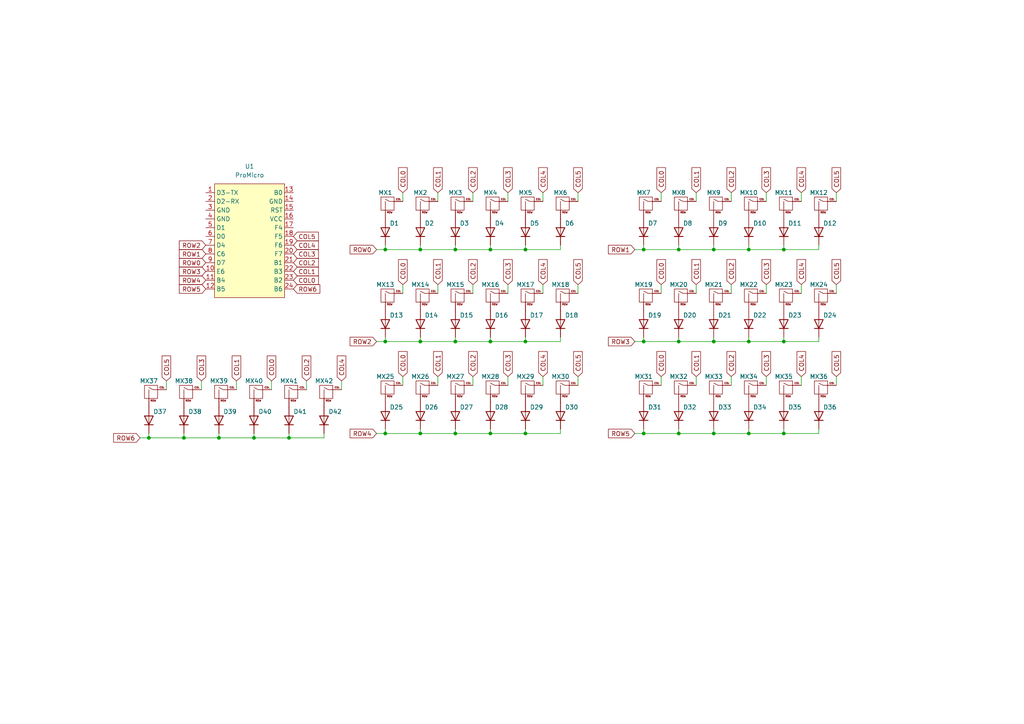
<source format=kicad_sch>
(kicad_sch (version 20230121) (generator eeschema)
  (paper "A4")
  (lib_symbols
    (symbol "Diode:1N4148" (pin_numbers hide) (pin_names hide)
      (property "Reference" "D" (at 0 2.54 0))
      (property "Value" "1N4148" (at 0 -2.54 0))
      (symbol "1N4148_0_1"
        (polyline (pts (xy -1.27 1.27) (xy -1.27 -1.27)) (stroke (width 0.254)))
        (polyline (pts (xy 1.27 0) (xy -1.27 0)))
        (polyline (pts (xy 1.27 1.27) (xy 1.27 -1.27) (xy -1.27 0) (xy 1.27 1.27)) (stroke (width 0.254)))
      )
      (symbol "1N4148_1_1"
        (pin passive line (at -3.81 0 0) (length 2.54) (name "K") (number "1"))
        (pin passive line (at 3.81 0 180) (length 2.54) (name "A") (number "2"))
      )
    )
    (symbol "PCM_0xcb:MX" (pin_names (offset 1.016))
      (property "Reference" "MX" (at -0.635 1.905 0))
      (property "Value" "MX" (at 0.635 0.635 0))
      (symbol "MX_1_0"
        (text "COL" (at 2.54 0.635 0) (effects (font (size 0.508 0.508))))
      )
      (symbol "MX_1_1"
        (polyline (pts (xy -1.27 -2.54) (xy -1.27 0)))
        (polyline (pts (xy 1.27 0) (xy 0 0) (xy -1.27 0.635)))
        (polyline (pts (xy -2.54 1.27) (xy 1.27 1.27) (xy 1.27 -2.54) (xy -2.54 -2.54) (xy -2.54 1.27)))
        (text "ROW" (at 0 -3.175 0) (effects (font (size 0.508 0.508))))
        (pin passive line (at 3.81 0 180) (length 2.54) (name "COL") (number "1"))
        (pin passive line (at -1.27 -5.08 90) (length 2.54) (name "ROW") (number "2"))
      )
    )
    (symbol "PCM_marbastlib-promicroish:Arduino_ProMicro" (in_bom no)
      (property "Reference" "U" (at 0 20.32 0))
      (property "Value" "ProMicro" (at 0 17.78 0))
      (symbol "Arduino_ProMicro_0_0"
        (pin bidirectional line (at -12.7 13.97 0) (length 2.54) (name "D3-TX") (number "1"))
        (pin bidirectional line (at -12.7 -8.89 0) (length 2.54) (name "E6") (number "10"))
        (pin bidirectional line (at -12.7 -11.43 0) (length 2.54) (name "B4") (number "11"))
        (pin bidirectional line (at -12.7 -13.97 0) (length 2.54) (name "B5") (number "12"))
        (pin power_out line (at 12.7 11.43 180) (length 2.54) (name "GND") (number "14"))
        (pin bidirectional line (at 12.7 8.89 180) (length 2.54) (name "RST") (number "15"))
        (pin bidirectional line (at 12.7 3.81 180) (length 2.54) (name "F4") (number "17"))
        (pin bidirectional line (at 12.7 1.27 180) (length 2.54) (name "F5") (number "18"))
        (pin bidirectional line (at 12.7 -1.27 180) (length 2.54) (name "F6") (number "19"))
        (pin bidirectional line (at -12.7 11.43 0) (length 2.54) (name "D2-RX") (number "2"))
        (pin bidirectional line (at 12.7 -3.81 180) (length 2.54) (name "F7") (number "20"))
        (pin bidirectional line (at 12.7 -6.35 180) (length 2.54) (name "B1") (number "21"))
        (pin bidirectional line (at 12.7 -8.89 180) (length 2.54) (name "B3") (number "22"))
        (pin bidirectional line (at 12.7 -11.43 180) (length 2.54) (name "B2") (number "23"))
        (pin bidirectional line (at 12.7 -13.97 180) (length 2.54) (name "B6") (number "24"))
        (pin power_out line (at -12.7 8.89 0) (length 2.54) (name "GND") (number "3"))
        (pin power_out line (at -12.7 6.35 0) (length 2.54) (name "GND") (number "4"))
        (pin bidirectional line (at -12.7 3.81 0) (length 2.54) (name "D1") (number "5"))
        (pin bidirectional line (at -12.7 1.27 0) (length 2.54) (name "D0") (number "6"))
        (pin bidirectional line (at -12.7 -1.27 0) (length 2.54) (name "D4") (number "7"))
        (pin bidirectional line (at -12.7 -3.81 0) (length 2.54) (name "C6") (number "8"))
        (pin bidirectional line (at -12.7 -6.35 0) (length 2.54) (name "D7") (number "9"))
      )
      (symbol "Arduino_ProMicro_1_0"
        (pin bidirectional line (at 12.7 13.97 180) (length 2.54) (name "B0") (number "13"))
        (pin power_out line (at 12.7 6.35 180) (length 2.54) (name "VCC") (number "16"))
      )
      (symbol "Arduino_ProMicro_1_1"
        (rectangle (start -10.16 16.51) (end 10.16 -16.51) (fill (type background)))
      )
    )
  )
  (junction (at 142.24 72.39))
  (junction (at 207.01 72.39))
  (junction (at 121.92 72.39))
  (junction (at 121.92 125.73))
  (junction (at 227.33 72.39))
  (junction (at 53.34 127))
  (junction (at 186.69 125.73))
  (junction (at 121.92 99.06))
  (junction (at 152.4 99.06))
  (junction (at 63.5 127))
  (junction (at 43.18 127))
  (junction (at 186.69 99.06))
  (junction (at 142.24 99.06))
  (junction (at 217.17 125.73))
  (junction (at 152.4 125.73))
  (junction (at 73.66 127))
  (junction (at 186.69 72.39))
  (junction (at 207.01 125.73))
  (junction (at 111.76 99.06))
  (junction (at 132.08 99.06))
  (junction (at 142.24 125.73))
  (junction (at 217.17 72.39))
  (junction (at 132.08 125.73))
  (junction (at 196.85 99.06))
  (junction (at 227.33 99.06))
  (junction (at 196.85 72.39))
  (junction (at 111.76 72.39))
  (junction (at 196.85 125.73))
  (junction (at 111.76 125.73))
  (junction (at 132.08 72.39))
  (junction (at 152.4 72.39))
  (junction (at 217.17 99.06))
  (junction (at 227.33 125.73))
  (junction (at 207.01 99.06))
  (junction (at 83.82 127))
  (wire (pts (xy 147.32 82.55) (xy 147.32 85.09)))
  (wire (pts (xy 157.48 55.88) (xy 157.48 58.42)))
  (wire (pts (xy 58.42 110.49) (xy 58.42 113.03)))
  (wire (pts (xy 207.01 72.39) (xy 217.17 72.39)))
  (wire (pts (xy 132.08 97.79) (xy 132.08 99.06)))
  (wire (pts (xy 43.18 125.73) (xy 43.18 127)))
  (wire (pts (xy 132.08 99.06) (xy 142.24 99.06)))
  (wire (pts (xy 212.09 55.88) (xy 212.09 58.42)))
  (wire (pts (xy 232.41 109.22) (xy 232.41 111.76)))
  (wire (pts (xy 186.69 72.39) (xy 184.15 72.39)))
  (wire (pts (xy 111.76 72.39) (xy 121.92 72.39)))
  (wire (pts (xy 186.69 99.06) (xy 196.85 99.06)))
  (wire (pts (xy 196.85 72.39) (xy 207.01 72.39)))
  (wire (pts (xy 212.09 109.22) (xy 212.09 111.76)))
  (wire (pts (xy 137.16 55.88) (xy 137.16 58.42)))
  (wire (pts (xy 111.76 125.73) (xy 121.92 125.73)))
  (wire (pts (xy 68.58 110.49) (xy 68.58 113.03)))
  (wire (pts (xy 227.33 124.46) (xy 227.33 125.73)))
  (wire (pts (xy 242.57 82.55) (xy 242.57 85.09)))
  (wire (pts (xy 142.24 72.39) (xy 152.4 72.39)))
  (wire (pts (xy 147.32 109.22) (xy 147.32 111.76)))
  (wire (pts (xy 78.74 110.49) (xy 78.74 113.03)))
  (wire (pts (xy 142.24 97.79) (xy 142.24 99.06)))
  (wire (pts (xy 121.92 71.12) (xy 121.92 72.39)))
  (wire (pts (xy 127 109.22) (xy 127 111.76)))
  (wire (pts (xy 121.92 97.79) (xy 121.92 99.06)))
  (wire (pts (xy 88.9 110.49) (xy 88.9 113.03)))
  (wire (pts (xy 186.69 125.73) (xy 184.15 125.73)))
  (wire (pts (xy 167.64 55.88) (xy 167.64 58.42)))
  (wire (pts (xy 217.17 124.46) (xy 217.17 125.73)))
  (wire (pts (xy 121.92 72.39) (xy 132.08 72.39)))
  (wire (pts (xy 167.64 109.22) (xy 167.64 111.76)))
  (wire (pts (xy 186.69 71.12) (xy 186.69 72.39)))
  (wire (pts (xy 196.85 124.46) (xy 196.85 125.73)))
  (wire (pts (xy 132.08 71.12) (xy 132.08 72.39)))
  (wire (pts (xy 167.64 82.55) (xy 167.64 85.09)))
  (wire (pts (xy 201.93 82.55) (xy 201.93 85.09)))
  (wire (pts (xy 132.08 125.73) (xy 142.24 125.73)))
  (wire (pts (xy 53.34 127) (xy 63.5 127)))
  (wire (pts (xy 111.76 125.73) (xy 109.22 125.73)))
  (wire (pts (xy 196.85 99.06) (xy 207.01 99.06)))
  (wire (pts (xy 186.69 99.06) (xy 184.15 99.06)))
  (wire (pts (xy 152.4 71.12) (xy 152.4 72.39)))
  (wire (pts (xy 232.41 55.88) (xy 232.41 58.42)))
  (wire (pts (xy 111.76 97.79) (xy 111.76 99.06)))
  (wire (pts (xy 73.66 125.73) (xy 73.66 127)))
  (wire (pts (xy 121.92 125.73) (xy 132.08 125.73)))
  (wire (pts (xy 207.01 124.46) (xy 207.01 125.73)))
  (wire (pts (xy 222.25 109.22) (xy 222.25 111.76)))
  (wire (pts (xy 237.49 124.46) (xy 237.49 125.73)))
  (wire (pts (xy 186.69 72.39) (xy 196.85 72.39)))
  (wire (pts (xy 142.24 124.46) (xy 142.24 125.73)))
  (wire (pts (xy 217.17 125.73) (xy 227.33 125.73)))
  (wire (pts (xy 242.57 109.22) (xy 242.57 111.76)))
  (wire (pts (xy 222.25 82.55) (xy 222.25 85.09)))
  (wire (pts (xy 196.85 97.79) (xy 196.85 99.06)))
  (wire (pts (xy 73.66 127) (xy 83.82 127)))
  (wire (pts (xy 53.34 125.73) (xy 53.34 127)))
  (wire (pts (xy 242.57 55.88) (xy 242.57 58.42)))
  (wire (pts (xy 152.4 124.46) (xy 152.4 125.73)))
  (wire (pts (xy 137.16 82.55) (xy 137.16 85.09)))
  (wire (pts (xy 152.4 97.79) (xy 152.4 99.06)))
  (wire (pts (xy 201.93 109.22) (xy 201.93 111.76)))
  (wire (pts (xy 162.56 97.79) (xy 162.56 99.06)))
  (wire (pts (xy 201.93 55.88) (xy 201.93 58.42)))
  (wire (pts (xy 121.92 124.46) (xy 121.92 125.73)))
  (wire (pts (xy 111.76 99.06) (xy 121.92 99.06)))
  (wire (pts (xy 196.85 125.73) (xy 207.01 125.73)))
  (wire (pts (xy 127 55.88) (xy 127 58.42)))
  (wire (pts (xy 227.33 71.12) (xy 227.33 72.39)))
  (wire (pts (xy 217.17 72.39) (xy 227.33 72.39)))
  (wire (pts (xy 217.17 99.06) (xy 227.33 99.06)))
  (wire (pts (xy 63.5 125.73) (xy 63.5 127)))
  (wire (pts (xy 48.26 110.49) (xy 48.26 113.03)))
  (wire (pts (xy 191.77 82.55) (xy 191.77 85.09)))
  (wire (pts (xy 237.49 71.12) (xy 237.49 72.39)))
  (wire (pts (xy 237.49 97.79) (xy 237.49 99.06)))
  (wire (pts (xy 207.01 71.12) (xy 207.01 72.39)))
  (wire (pts (xy 162.56 124.46) (xy 162.56 125.73)))
  (wire (pts (xy 227.33 97.79) (xy 227.33 99.06)))
  (wire (pts (xy 127 82.55) (xy 127 85.09)))
  (wire (pts (xy 207.01 97.79) (xy 207.01 99.06)))
  (wire (pts (xy 43.18 127) (xy 53.34 127)))
  (wire (pts (xy 186.69 124.46) (xy 186.69 125.73)))
  (wire (pts (xy 217.17 71.12) (xy 217.17 72.39)))
  (wire (pts (xy 186.69 125.73) (xy 196.85 125.73)))
  (wire (pts (xy 83.82 125.73) (xy 83.82 127)))
  (wire (pts (xy 152.4 72.39) (xy 162.56 72.39)))
  (wire (pts (xy 111.76 99.06) (xy 109.22 99.06)))
  (wire (pts (xy 63.5 127) (xy 73.66 127)))
  (wire (pts (xy 116.84 82.55) (xy 116.84 85.09)))
  (wire (pts (xy 232.41 82.55) (xy 232.41 85.09)))
  (wire (pts (xy 152.4 125.73) (xy 162.56 125.73)))
  (wire (pts (xy 157.48 109.22) (xy 157.48 111.76)))
  (wire (pts (xy 162.56 71.12) (xy 162.56 72.39)))
  (wire (pts (xy 116.84 109.22) (xy 116.84 111.76)))
  (wire (pts (xy 142.24 99.06) (xy 152.4 99.06)))
  (wire (pts (xy 111.76 72.39) (xy 109.22 72.39)))
  (wire (pts (xy 142.24 71.12) (xy 142.24 72.39)))
  (wire (pts (xy 132.08 124.46) (xy 132.08 125.73)))
  (wire (pts (xy 83.82 127) (xy 93.98 127)))
  (wire (pts (xy 227.33 72.39) (xy 237.49 72.39)))
  (wire (pts (xy 111.76 71.12) (xy 111.76 72.39)))
  (wire (pts (xy 116.84 55.88) (xy 116.84 58.42)))
  (wire (pts (xy 222.25 55.88) (xy 222.25 58.42)))
  (wire (pts (xy 121.92 99.06) (xy 132.08 99.06)))
  (wire (pts (xy 137.16 109.22) (xy 137.16 111.76)))
  (wire (pts (xy 191.77 109.22) (xy 191.77 111.76)))
  (wire (pts (xy 99.06 110.49) (xy 99.06 113.03)))
  (wire (pts (xy 43.18 127) (xy 40.64 127)))
  (wire (pts (xy 217.17 97.79) (xy 217.17 99.06)))
  (wire (pts (xy 157.48 82.55) (xy 157.48 85.09)))
  (wire (pts (xy 191.77 55.88) (xy 191.77 58.42)))
  (wire (pts (xy 186.69 97.79) (xy 186.69 99.06)))
  (wire (pts (xy 132.08 72.39) (xy 142.24 72.39)))
  (wire (pts (xy 207.01 125.73) (xy 217.17 125.73)))
  (wire (pts (xy 196.85 71.12) (xy 196.85 72.39)))
  (wire (pts (xy 227.33 125.73) (xy 237.49 125.73)))
  (wire (pts (xy 227.33 99.06) (xy 237.49 99.06)))
  (wire (pts (xy 152.4 99.06) (xy 162.56 99.06)))
  (wire (pts (xy 207.01 99.06) (xy 217.17 99.06)))
  (wire (pts (xy 142.24 125.73) (xy 152.4 125.73)))
  (wire (pts (xy 147.32 55.88) (xy 147.32 58.42)))
  (wire (pts (xy 212.09 82.55) (xy 212.09 85.09)))
  (wire (pts (xy 111.76 124.46) (xy 111.76 125.73)))
  (wire (pts (xy 93.98 125.73) (xy 93.98 127)))
  (global_label "COL2" (shape input) (at 212.09 109.22 90) (property "Intersheetrefs" "${INTERSHEET_REFS}" (effects hide)))
  (global_label "ROW6" (shape input) (at 85.09 83.82 0) (property "Intersheetrefs" "${INTERSHEET_REFS}" (effects hide)))
  (global_label "COL4" (shape input) (at 232.41 82.55 90) (property "Intersheetrefs" "${INTERSHEET_REFS}" (effects hide)))
  (global_label "COL2" (shape input) (at 212.09 55.88 90) (property "Intersheetrefs" "${INTERSHEET_REFS}" (effects hide)))
  (global_label "COL4" (shape input) (at 85.09 71.12 0) (property "Intersheetrefs" "${INTERSHEET_REFS}" (effects hide)))
  (global_label "COL3" (shape input) (at 222.25 55.88 90) (property "Intersheetrefs" "${INTERSHEET_REFS}" (effects hide)))
  (global_label "COL2" (shape input) (at 88.9 110.49 90) (property "Intersheetrefs" "${INTERSHEET_REFS}" (effects hide)))
  (global_label "COL5" (shape input) (at 167.64 109.22 90) (property "Intersheetrefs" "${INTERSHEET_REFS}" (effects hide)))
  (global_label "ROW3" (shape input) (at 184.15 99.06 180) (property "Intersheetrefs" "${INTERSHEET_REFS}" (effects hide)))
  (global_label "COL1" (shape input) (at 127 82.55 90) (property "Intersheetrefs" "${INTERSHEET_REFS}" (effects hide)))
  (global_label "COL2" (shape input) (at 212.09 82.55 90) (property "Intersheetrefs" "${INTERSHEET_REFS}" (effects hide)))
  (global_label "COL0" (shape input) (at 116.84 55.88 90) (property "Intersheetrefs" "${INTERSHEET_REFS}" (effects hide)))
  (global_label "ROW4" (shape input) (at 109.22 125.73 180) (property "Intersheetrefs" "${INTERSHEET_REFS}" (effects hide)))
  (global_label "COL2" (shape input) (at 137.16 82.55 90) (property "Intersheetrefs" "${INTERSHEET_REFS}" (effects hide)))
  (global_label "COL0" (shape input) (at 191.77 109.22 90) (property "Intersheetrefs" "${INTERSHEET_REFS}" (effects hide)))
  (global_label "COL5" (shape input) (at 167.64 82.55 90) (property "Intersheetrefs" "${INTERSHEET_REFS}" (effects hide)))
  (global_label "COL4" (shape input) (at 157.48 82.55 90) (property "Intersheetrefs" "${INTERSHEET_REFS}" (effects hide)))
  (global_label "ROW2" (shape input) (at 109.22 99.06 180) (property "Intersheetrefs" "${INTERSHEET_REFS}" (effects hide)))
  (global_label "COL1" (shape input) (at 85.09 78.74 0) (property "Intersheetrefs" "${INTERSHEET_REFS}" (effects hide)))
  (global_label "COL0" (shape input) (at 85.09 81.28 0) (property "Intersheetrefs" "${INTERSHEET_REFS}" (effects hide)))
  (global_label "COL0" (shape input) (at 191.77 82.55 90) (property "Intersheetrefs" "${INTERSHEET_REFS}" (effects hide)))
  (global_label "COL3" (shape input) (at 147.32 109.22 90) (property "Intersheetrefs" "${INTERSHEET_REFS}" (effects hide)))
  (global_label "COL5" (shape input) (at 167.64 55.88 90) (property "Intersheetrefs" "${INTERSHEET_REFS}" (effects hide)))
  (global_label "COL3" (shape input) (at 58.42 110.49 90) (property "Intersheetrefs" "${INTERSHEET_REFS}" (effects hide)))
  (global_label "COL0" (shape input) (at 191.77 55.88 90) (property "Intersheetrefs" "${INTERSHEET_REFS}" (effects hide)))
  (global_label "COL0" (shape input) (at 78.74 110.49 90) (property "Intersheetrefs" "${INTERSHEET_REFS}" (effects hide)))
  (global_label "COL0" (shape input) (at 116.84 82.55 90) (property "Intersheetrefs" "${INTERSHEET_REFS}" (effects hide)))
  (global_label "COL1" (shape input) (at 127 55.88 90) (property "Intersheetrefs" "${INTERSHEET_REFS}" (effects hide)))
  (global_label "COL3" (shape input) (at 147.32 82.55 90) (property "Intersheetrefs" "${INTERSHEET_REFS}" (effects hide)))
  (global_label "ROW3" (shape input) (at 59.69 78.74 180) (property "Intersheetrefs" "${INTERSHEET_REFS}" (effects hide)))
  (global_label "ROW5" (shape input) (at 59.69 83.82 180) (property "Intersheetrefs" "${INTERSHEET_REFS}" (effects hide)))
  (global_label "ROW0" (shape input) (at 109.22 72.39 180) (property "Intersheetrefs" "${INTERSHEET_REFS}" (effects hide)))
  (global_label "ROW2" (shape input) (at 59.69 71.12 180) (property "Intersheetrefs" "${INTERSHEET_REFS}" (effects hide)))
  (global_label "COL2" (shape input) (at 137.16 55.88 90) (property "Intersheetrefs" "${INTERSHEET_REFS}" (effects hide)))
  (global_label "COL5" (shape input) (at 242.57 55.88 90) (property "Intersheetrefs" "${INTERSHEET_REFS}" (effects hide)))
  (global_label "COL1" (shape input) (at 127 109.22 90) (property "Intersheetrefs" "${INTERSHEET_REFS}" (effects hide)))
  (global_label "ROW4" (shape input) (at 59.69 81.28 180) (property "Intersheetrefs" "${INTERSHEET_REFS}" (effects hide)))
  (global_label "COL2" (shape input) (at 85.09 76.2 0) (property "Intersheetrefs" "${INTERSHEET_REFS}" (effects hide)))
  (global_label "COL1" (shape input) (at 201.93 55.88 90) (property "Intersheetrefs" "${INTERSHEET_REFS}" (effects hide)))
  (global_label "COL3" (shape input) (at 222.25 109.22 90) (property "Intersheetrefs" "${INTERSHEET_REFS}" (effects hide)))
  (global_label "COL1" (shape input) (at 201.93 82.55 90) (property "Intersheetrefs" "${INTERSHEET_REFS}" (effects hide)))
  (global_label "ROW0" (shape input) (at 59.69 76.2 180) (property "Intersheetrefs" "${INTERSHEET_REFS}" (effects hide)))
  (global_label "COL3" (shape input) (at 222.25 82.55 90) (property "Intersheetrefs" "${INTERSHEET_REFS}" (effects hide)))
  (global_label "COL5" (shape input) (at 242.57 82.55 90) (property "Intersheetrefs" "${INTERSHEET_REFS}" (effects hide)))
  (global_label "COL4" (shape input) (at 157.48 109.22 90) (property "Intersheetrefs" "${INTERSHEET_REFS}" (effects hide)))
  (global_label "ROW1" (shape input) (at 59.69 73.66 180) (property "Intersheetrefs" "${INTERSHEET_REFS}" (effects hide)))
  (global_label "COL1" (shape input) (at 201.93 109.22 90) (property "Intersheetrefs" "${INTERSHEET_REFS}" (effects hide)))
  (global_label "COL2" (shape input) (at 137.16 109.22 90) (property "Intersheetrefs" "${INTERSHEET_REFS}" (effects hide)))
  (global_label "COL5" (shape input) (at 48.26 110.49 90) (property "Intersheetrefs" "${INTERSHEET_REFS}" (effects hide)))
  (global_label "COL1" (shape input) (at 68.58 110.49 90) (property "Intersheetrefs" "${INTERSHEET_REFS}" (effects hide)))
  (global_label "ROW1" (shape input) (at 184.15 72.39 180) (property "Intersheetrefs" "${INTERSHEET_REFS}" (effects hide)))
  (global_label "COL4" (shape input) (at 157.48 55.88 90) (property "Intersheetrefs" "${INTERSHEET_REFS}" (effects hide)))
  (global_label "COL3" (shape input) (at 85.09 73.66 0) (property "Intersheetrefs" "${INTERSHEET_REFS}" (effects hide)))
  (global_label "COL0" (shape input) (at 116.84 109.22 90) (property "Intersheetrefs" "${INTERSHEET_REFS}" (effects hide)))
  (global_label "ROW5" (shape input) (at 184.15 125.73 180) (property "Intersheetrefs" "${INTERSHEET_REFS}" (effects hide)))
  (global_label "COL5" (shape input) (at 242.57 109.22 90) (property "Intersheetrefs" "${INTERSHEET_REFS}" (effects hide)))
  (global_label "COL4" (shape input) (at 99.06 110.49 90) (property "Intersheetrefs" "${INTERSHEET_REFS}" (effects hide)))
  (global_label "COL4" (shape input) (at 232.41 109.22 90) (property "Intersheetrefs" "${INTERSHEET_REFS}" (effects hide)))
  (global_label "ROW6" (shape input) (at 40.64 127 180) (property "Intersheetrefs" "${INTERSHEET_REFS}" (effects hide)))
  (global_label "COL5" (shape input) (at 85.09 68.58 0) (property "Intersheetrefs" "${INTERSHEET_REFS}" (effects hide)))
  (global_label "COL3" (shape input) (at 147.32 55.88 90) (property "Intersheetrefs" "${INTERSHEET_REFS}" (effects hide)))
  (global_label "COL4" (shape input) (at 232.41 55.88 90) (property "Intersheetrefs" "${INTERSHEET_REFS}" (effects hide)))
  (symbol (lib_id "Diode:1N4148") (at 186.69 93.98 90) (unit 1)
    (property "Reference" "D19" (at 187.96 91.44 90) (effects (justify right)))
    (property "Value" "1N4148" (effects hide))
    (property "Footprint" "Diode_THT:D_DO-35_SOD27_P7.62mm_Horizontal" (effects hide))
    (property "Datasheet" "https://assets.nexperia.com/documents/data-sheet/1N4148_1N4448.pdf" (effects hide))
    (property "Sim.Device" "D" (effects hide))
    (property "Sim.Pins" "1=K 2=A" (effects hide))
  )
  (symbol (lib_id "Diode:1N4148") (at 132.08 120.65 90) (unit 1)
    (property "Reference" "D27" (at 133.35 118.11 90) (effects (justify right)))
    (property "Value" "1N4148" (effects hide))
    (property "Footprint" "Diode_THT:D_DO-35_SOD27_P7.62mm_Horizontal" (effects hide))
    (property "Datasheet" "https://assets.nexperia.com/documents/data-sheet/1N4148_1N4448.pdf" (effects hide))
    (property "Sim.Device" "D" (effects hide))
    (property "Sim.Pins" "1=K 2=A" (effects hide))
  )
  (symbol (lib_id "Diode:1N4148") (at 142.24 67.31 90) (unit 1)
    (property "Reference" "D4" (at 143.51 64.77 90) (effects (justify right)))
    (property "Value" "1N4148" (effects hide))
    (property "Footprint" "Diode_THT:D_DO-35_SOD27_P7.62mm_Horizontal" (effects hide))
    (property "Datasheet" "https://assets.nexperia.com/documents/data-sheet/1N4148_1N4448.pdf" (effects hide))
    (property "Sim.Device" "D" (effects hide))
    (property "Sim.Pins" "1=K 2=A" (effects hide))
  )
  (symbol (lib_id "PCM_0xcb:MX") (at 143.51 111.76 0) (unit 1)
    (property "Reference" "MX28" (at 142.24 109.22 0))
    (property "Value" "MX" (effects hide))
    (property "Footprint" "mx:MX-Solderable-1U" (effects hide))
  )
  (symbol (lib_id "Diode:1N4148") (at 196.85 67.31 90) (unit 1)
    (property "Reference" "D8" (at 198.12 64.77 90) (effects (justify right)))
    (property "Value" "1N4148" (effects hide))
    (property "Footprint" "Diode_THT:D_DO-35_SOD27_P7.62mm_Horizontal" (effects hide))
    (property "Datasheet" "https://assets.nexperia.com/documents/data-sheet/1N4148_1N4448.pdf" (effects hide))
    (property "Sim.Device" "D" (effects hide))
    (property "Sim.Pins" "1=K 2=A" (effects hide))
  )
  (symbol (lib_id "Diode:1N4148") (at 207.01 93.98 90) (unit 1)
    (property "Reference" "D21" (at 208.28 91.44 90) (effects (justify right)))
    (property "Value" "1N4148" (effects hide))
    (property "Footprint" "Diode_THT:D_DO-35_SOD27_P7.62mm_Horizontal" (effects hide))
    (property "Datasheet" "https://assets.nexperia.com/documents/data-sheet/1N4148_1N4448.pdf" (effects hide))
    (property "Sim.Device" "D" (effects hide))
    (property "Sim.Pins" "1=K 2=A" (effects hide))
  )
  (symbol (lib_id "PCM_0xcb:MX") (at 163.83 111.76 0) (unit 1)
    (property "Reference" "MX30" (at 162.56 109.22 0))
    (property "Value" "MX" (effects hide))
    (property "Footprint" "mx:MX-Solderable-1U" (effects hide))
  )
  (symbol (lib_id "PCM_0xcb:MX") (at 54.61 113.03 0) (unit 1)
    (property "Reference" "MX38" (at 53.34 110.49 0))
    (property "Value" "MX" (effects hide))
    (property "Footprint" "mx:MX-Solderable-1.5U" (effects hide))
  )
  (symbol (lib_id "PCM_0xcb:MX") (at 143.51 58.42 0) (unit 1)
    (property "Reference" "MX4" (at 142.24 55.88 0))
    (property "Value" "MX" (effects hide))
    (property "Footprint" "mx:MX-Solderable-1U" (effects hide))
  )
  (symbol (lib_id "Diode:1N4148") (at 132.08 67.31 90) (unit 1)
    (property "Reference" "D3" (at 133.35 64.77 90) (effects (justify right)))
    (property "Value" "1N4148" (effects hide))
    (property "Footprint" "Diode_THT:D_DO-35_SOD27_P7.62mm_Horizontal" (effects hide))
    (property "Datasheet" "https://assets.nexperia.com/documents/data-sheet/1N4148_1N4448.pdf" (effects hide))
    (property "Sim.Device" "D" (effects hide))
    (property "Sim.Pins" "1=K 2=A" (effects hide))
  )
  (symbol (lib_id "Diode:1N4148") (at 152.4 120.65 90) (unit 1)
    (property "Reference" "D29" (at 153.67 118.11 90) (effects (justify right)))
    (property "Value" "1N4148" (effects hide))
    (property "Footprint" "Diode_THT:D_DO-35_SOD27_P7.62mm_Horizontal" (effects hide))
    (property "Datasheet" "https://assets.nexperia.com/documents/data-sheet/1N4148_1N4448.pdf" (effects hide))
    (property "Sim.Device" "D" (effects hide))
    (property "Sim.Pins" "1=K 2=A" (effects hide))
  )
  (symbol (lib_id "Diode:1N4148") (at 237.49 67.31 90) (unit 1)
    (property "Reference" "D12" (at 238.76 64.77 90) (effects (justify right)))
    (property "Value" "1N4148" (effects hide))
    (property "Footprint" "Diode_THT:D_DO-35_SOD27_P7.62mm_Horizontal" (effects hide))
    (property "Datasheet" "https://assets.nexperia.com/documents/data-sheet/1N4148_1N4448.pdf" (effects hide))
    (property "Sim.Device" "D" (effects hide))
    (property "Sim.Pins" "1=K 2=A" (effects hide))
  )
  (symbol (lib_id "PCM_0xcb:MX") (at 187.96 85.09 0) (unit 1)
    (property "Reference" "MX19" (at 186.69 82.55 0))
    (property "Value" "MX" (effects hide))
    (property "Footprint" "mx:MX-Solderable-1U" (effects hide))
  )
  (symbol (lib_id "Diode:1N4148") (at 237.49 93.98 90) (unit 1)
    (property "Reference" "D24" (at 238.76 91.44 90) (effects (justify right)))
    (property "Value" "1N4148" (effects hide))
    (property "Footprint" "Diode_THT:D_DO-35_SOD27_P7.62mm_Horizontal" (effects hide))
    (property "Datasheet" "https://assets.nexperia.com/documents/data-sheet/1N4148_1N4448.pdf" (effects hide))
    (property "Sim.Device" "D" (effects hide))
    (property "Sim.Pins" "1=K 2=A" (effects hide))
  )
  (symbol (lib_id "Diode:1N4148") (at 121.92 67.31 90) (unit 1)
    (property "Reference" "D2" (at 123.19 64.77 90) (effects (justify right)))
    (property "Value" "1N4148" (effects hide))
    (property "Footprint" "Diode_THT:D_DO-35_SOD27_P7.62mm_Horizontal" (effects hide))
    (property "Datasheet" "https://assets.nexperia.com/documents/data-sheet/1N4148_1N4448.pdf" (effects hide))
    (property "Sim.Device" "D" (effects hide))
    (property "Sim.Pins" "1=K 2=A" (effects hide))
  )
  (symbol (lib_id "PCM_0xcb:MX") (at 143.51 85.09 0) (unit 1)
    (property "Reference" "MX16" (at 142.24 82.55 0))
    (property "Value" "MX" (effects hide))
    (property "Footprint" "mx:MX-Solderable-1U" (effects hide))
  )
  (symbol (lib_id "PCM_0xcb:MX") (at 123.19 85.09 0) (unit 1)
    (property "Reference" "MX14" (at 121.92 82.55 0))
    (property "Value" "MX" (effects hide))
    (property "Footprint" "mx:MX-Solderable-1U" (effects hide))
  )
  (symbol (lib_id "Diode:1N4148") (at 152.4 93.98 90) (unit 1)
    (property "Reference" "D17" (at 153.67 91.44 90) (effects (justify right)))
    (property "Value" "1N4148" (effects hide))
    (property "Footprint" "Diode_THT:D_DO-35_SOD27_P7.62mm_Horizontal" (effects hide))
    (property "Datasheet" "https://assets.nexperia.com/documents/data-sheet/1N4148_1N4448.pdf" (effects hide))
    (property "Sim.Device" "D" (effects hide))
    (property "Sim.Pins" "1=K 2=A" (effects hide))
  )
  (symbol (lib_id "Diode:1N4148") (at 237.49 120.65 90) (unit 1)
    (property "Reference" "D36" (at 238.76 118.11 90) (effects (justify right)))
    (property "Value" "1N4148" (effects hide))
    (property "Footprint" "Diode_THT:D_DO-35_SOD27_P7.62mm_Horizontal" (effects hide))
    (property "Datasheet" "https://assets.nexperia.com/documents/data-sheet/1N4148_1N4448.pdf" (effects hide))
    (property "Sim.Device" "D" (effects hide))
    (property "Sim.Pins" "1=K 2=A" (effects hide))
  )
  (symbol (lib_id "Diode:1N4148") (at 121.92 120.65 90) (unit 1)
    (property "Reference" "D26" (at 123.19 118.11 90) (effects (justify right)))
    (property "Value" "1N4148" (effects hide))
    (property "Footprint" "Diode_THT:D_DO-35_SOD27_P7.62mm_Horizontal" (effects hide))
    (property "Datasheet" "https://assets.nexperia.com/documents/data-sheet/1N4148_1N4448.pdf" (effects hide))
    (property "Sim.Device" "D" (effects hide))
    (property "Sim.Pins" "1=K 2=A" (effects hide))
  )
  (symbol (lib_id "Diode:1N4148") (at 207.01 120.65 90) (unit 1)
    (property "Reference" "D33" (at 208.28 118.11 90) (effects (justify right)))
    (property "Value" "1N4148" (effects hide))
    (property "Footprint" "Diode_THT:D_DO-35_SOD27_P7.62mm_Horizontal" (effects hide))
    (property "Datasheet" "https://assets.nexperia.com/documents/data-sheet/1N4148_1N4448.pdf" (effects hide))
    (property "Sim.Device" "D" (effects hide))
    (property "Sim.Pins" "1=K 2=A" (effects hide))
  )
  (symbol (lib_id "PCM_0xcb:MX") (at 74.93 113.03 0) (unit 1)
    (property "Reference" "MX40" (at 73.66 110.49 0))
    (property "Value" "MX" (effects hide))
    (property "Footprint" "mx:MX-Solderable-1.5U" (effects hide))
  )
  (symbol (lib_id "Diode:1N4148") (at 43.18 121.92 90) (unit 1)
    (property "Reference" "D37" (at 44.45 119.38 90) (effects (justify right)))
    (property "Value" "1N4148" (effects hide))
    (property "Footprint" "Diode_THT:D_DO-35_SOD27_P7.62mm_Horizontal" (effects hide))
    (property "Datasheet" "https://assets.nexperia.com/documents/data-sheet/1N4148_1N4448.pdf" (effects hide))
    (property "Sim.Device" "D" (effects hide))
    (property "Sim.Pins" "1=K 2=A" (effects hide))
  )
  (symbol (lib_id "PCM_0xcb:MX") (at 113.03 111.76 0) (unit 1)
    (property "Reference" "MX25" (at 111.76 109.22 0))
    (property "Value" "MX" (effects hide))
    (property "Footprint" "mx:MX-Solderable-1U" (effects hide))
  )
  (symbol (lib_id "PCM_0xcb:MX") (at 198.12 58.42 0) (unit 1)
    (property "Reference" "MX8" (at 196.85 55.88 0))
    (property "Value" "MX" (effects hide))
    (property "Footprint" "mx:MX-Solderable-1U" (effects hide))
  )
  (symbol (lib_id "Diode:1N4148") (at 217.17 120.65 90) (unit 1)
    (property "Reference" "D34" (at 218.44 118.11 90) (effects (justify right)))
    (property "Value" "1N4148" (effects hide))
    (property "Footprint" "Diode_THT:D_DO-35_SOD27_P7.62mm_Horizontal" (effects hide))
    (property "Datasheet" "https://assets.nexperia.com/documents/data-sheet/1N4148_1N4448.pdf" (effects hide))
    (property "Sim.Device" "D" (effects hide))
    (property "Sim.Pins" "1=K 2=A" (effects hide))
  )
  (symbol (lib_id "PCM_0xcb:MX") (at 228.6 85.09 0) (unit 1)
    (property "Reference" "MX23" (at 227.33 82.55 0))
    (property "Value" "MX" (effects hide))
    (property "Footprint" "mx:MX-Solderable-1U" (effects hide))
  )
  (symbol (lib_id "Diode:1N4148") (at 217.17 67.31 90) (unit 1)
    (property "Reference" "D10" (at 218.44 64.77 90) (effects (justify right)))
    (property "Value" "1N4148" (effects hide))
    (property "Footprint" "Diode_THT:D_DO-35_SOD27_P7.62mm_Horizontal" (effects hide))
    (property "Datasheet" "https://assets.nexperia.com/documents/data-sheet/1N4148_1N4448.pdf" (effects hide))
    (property "Sim.Device" "D" (effects hide))
    (property "Sim.Pins" "1=K 2=A" (effects hide))
  )
  (symbol (lib_id "PCM_0xcb:MX") (at 113.03 85.09 0) (unit 1)
    (property "Reference" "MX13" (at 111.76 82.55 0))
    (property "Value" "MX" (effects hide))
    (property "Footprint" "mx:MX-Solderable-1U" (effects hide))
  )
  (symbol (lib_id "PCM_0xcb:MX") (at 133.35 58.42 0) (unit 1)
    (property "Reference" "MX3" (at 132.08 55.88 0))
    (property "Value" "MX" (effects hide))
    (property "Footprint" "mx:MX-Solderable-1U" (effects hide))
  )
  (symbol (lib_id "Diode:1N4148") (at 111.76 93.98 90) (unit 1)
    (property "Reference" "D13" (at 113.03 91.44 90) (effects (justify right)))
    (property "Value" "1N4148" (effects hide))
    (property "Footprint" "Diode_THT:D_DO-35_SOD27_P7.62mm_Horizontal" (effects hide))
    (property "Datasheet" "https://assets.nexperia.com/documents/data-sheet/1N4148_1N4448.pdf" (effects hide))
    (property "Sim.Device" "D" (effects hide))
    (property "Sim.Pins" "1=K 2=A" (effects hide))
  )
  (symbol (lib_id "PCM_0xcb:MX") (at 218.44 85.09 0) (unit 1)
    (property "Reference" "MX22" (at 217.17 82.55 0))
    (property "Value" "MX" (effects hide))
    (property "Footprint" "mx:MX-Solderable-1U" (effects hide))
  )
  (symbol (lib_id "PCM_0xcb:MX") (at 133.35 111.76 0) (unit 1)
    (property "Reference" "MX27" (at 132.08 109.22 0))
    (property "Value" "MX" (effects hide))
    (property "Footprint" "mx:MX-Solderable-1U" (effects hide))
  )
  (symbol (lib_id "Diode:1N4148") (at 93.98 121.92 90) (unit 1)
    (property "Reference" "D42" (at 95.25 119.38 90) (effects (justify right)))
    (property "Value" "1N4148" (effects hide))
    (property "Footprint" "Diode_THT:D_DO-35_SOD27_P7.62mm_Horizontal" (effects hide))
    (property "Datasheet" "https://assets.nexperia.com/documents/data-sheet/1N4148_1N4448.pdf" (effects hide))
    (property "Sim.Device" "D" (effects hide))
    (property "Sim.Pins" "1=K 2=A" (effects hide))
  )
  (symbol (lib_id "Diode:1N4148") (at 83.82 121.92 90) (unit 1)
    (property "Reference" "D41" (at 85.09 119.38 90) (effects (justify right)))
    (property "Value" "1N4148" (effects hide))
    (property "Footprint" "Diode_THT:D_DO-35_SOD27_P7.62mm_Horizontal" (effects hide))
    (property "Datasheet" "https://assets.nexperia.com/documents/data-sheet/1N4148_1N4448.pdf" (effects hide))
    (property "Sim.Device" "D" (effects hide))
    (property "Sim.Pins" "1=K 2=A" (effects hide))
  )
  (symbol (lib_id "PCM_0xcb:MX") (at 153.67 111.76 0) (unit 1)
    (property "Reference" "MX29" (at 152.4 109.22 0))
    (property "Value" "MX" (effects hide))
    (property "Footprint" "mx:MX-Solderable-1U" (effects hide))
  )
  (symbol (lib_id "Diode:1N4148") (at 142.24 93.98 90) (unit 1)
    (property "Reference" "D16" (at 143.51 91.44 90) (effects (justify right)))
    (property "Value" "1N4148" (effects hide))
    (property "Footprint" "Diode_THT:D_DO-35_SOD27_P7.62mm_Horizontal" (effects hide))
    (property "Datasheet" "https://assets.nexperia.com/documents/data-sheet/1N4148_1N4448.pdf" (effects hide))
    (property "Sim.Device" "D" (effects hide))
    (property "Sim.Pins" "1=K 2=A" (effects hide))
  )
  (symbol (lib_id "Diode:1N4148") (at 142.24 120.65 90) (unit 1)
    (property "Reference" "D28" (at 143.51 118.11 90) (effects (justify right)))
    (property "Value" "1N4148" (effects hide))
    (property "Footprint" "Diode_THT:D_DO-35_SOD27_P7.62mm_Horizontal" (effects hide))
    (property "Datasheet" "https://assets.nexperia.com/documents/data-sheet/1N4148_1N4448.pdf" (effects hide))
    (property "Sim.Device" "D" (effects hide))
    (property "Sim.Pins" "1=K 2=A" (effects hide))
  )
  (symbol (lib_id "Diode:1N4148") (at 132.08 93.98 90) (unit 1)
    (property "Reference" "D15" (at 133.35 91.44 90) (effects (justify right)))
    (property "Value" "1N4148" (effects hide))
    (property "Footprint" "Diode_THT:D_DO-35_SOD27_P7.62mm_Horizontal" (effects hide))
    (property "Datasheet" "https://assets.nexperia.com/documents/data-sheet/1N4148_1N4448.pdf" (effects hide))
    (property "Sim.Device" "D" (effects hide))
    (property "Sim.Pins" "1=K 2=A" (effects hide))
  )
  (symbol (lib_id "PCM_0xcb:MX") (at 187.96 58.42 0) (unit 1)
    (property "Reference" "MX7" (at 186.69 55.88 0))
    (property "Value" "MX" (effects hide))
    (property "Footprint" "mx:MX-Solderable-1U" (effects hide))
  )
  (symbol (lib_id "PCM_0xcb:MX") (at 218.44 58.42 0) (unit 1)
    (property "Reference" "MX10" (at 217.17 55.88 0))
    (property "Value" "MX" (effects hide))
    (property "Footprint" "mx:MX-Solderable-1U" (effects hide))
  )
  (symbol (lib_id "Diode:1N4148") (at 111.76 120.65 90) (unit 1)
    (property "Reference" "D25" (at 113.03 118.11 90) (effects (justify right)))
    (property "Value" "1N4148" (effects hide))
    (property "Footprint" "Diode_THT:D_DO-35_SOD27_P7.62mm_Horizontal" (effects hide))
    (property "Datasheet" "https://assets.nexperia.com/documents/data-sheet/1N4148_1N4448.pdf" (effects hide))
    (property "Sim.Device" "D" (effects hide))
    (property "Sim.Pins" "1=K 2=A" (effects hide))
  )
  (symbol (lib_id "PCM_0xcb:MX") (at 198.12 85.09 0) (unit 1)
    (property "Reference" "MX20" (at 196.85 82.55 0))
    (property "Value" "MX" (effects hide))
    (property "Footprint" "mx:MX-Solderable-1U" (effects hide))
  )
  (symbol (lib_id "PCM_0xcb:MX") (at 208.28 85.09 0) (unit 1)
    (property "Reference" "MX21" (at 207.01 82.55 0))
    (property "Value" "MX" (effects hide))
    (property "Footprint" "mx:MX-Solderable-1U" (effects hide))
  )
  (symbol (lib_id "PCM_marbastlib-promicroish:Arduino_ProMicro") (at 72.39 69.85 0) (unit 1) (in_bom no)
    (property "Reference" "U1" (at 72.39 48.26 0))
    (property "Value" "ProMicro" (at 72.39 50.8 0))
    (property "Footprint" "PCM_marbastlib-xp-promicroish:ProMicro_USBup" (effects hide))
  )
  (symbol (lib_id "PCM_0xcb:MX") (at 95.25 113.03 0) (unit 1)
    (property "Reference" "MX42" (at 93.98 110.49 0))
    (property "Value" "MX" (effects hide))
    (property "Footprint" "mx:MX-Solderable-1U" (effects hide))
  )
  (symbol (lib_id "Diode:1N4148") (at 53.34 121.92 90) (unit 1)
    (property "Reference" "D38" (at 54.61 119.38 90) (effects (justify right)))
    (property "Value" "1N4148" (effects hide))
    (property "Footprint" "Diode_THT:D_DO-35_SOD27_P7.62mm_Horizontal" (effects hide))
    (property "Datasheet" "https://assets.nexperia.com/documents/data-sheet/1N4148_1N4448.pdf" (effects hide))
    (property "Sim.Device" "D" (effects hide))
    (property "Sim.Pins" "1=K 2=A" (effects hide))
  )
  (symbol (lib_id "PCM_0xcb:MX") (at 198.12 111.76 0) (unit 1)
    (property "Reference" "MX32" (at 196.85 109.22 0))
    (property "Value" "MX" (effects hide))
    (property "Footprint" "mx:MX-Solderable-1U" (effects hide))
  )
  (symbol (lib_id "PCM_0xcb:MX") (at 163.83 85.09 0) (unit 1)
    (property "Reference" "MX18" (at 162.56 82.55 0))
    (property "Value" "MX" (effects hide))
    (property "Footprint" "mx:MX-Solderable-1U" (effects hide))
  )
  (symbol (lib_id "PCM_0xcb:MX") (at 218.44 111.76 0) (unit 1)
    (property "Reference" "MX34" (at 217.17 109.22 0))
    (property "Value" "MX" (effects hide))
    (property "Footprint" "mx:MX-Solderable-1U" (effects hide))
  )
  (symbol (lib_id "PCM_0xcb:MX") (at 113.03 58.42 0) (unit 1)
    (property "Reference" "MX1" (at 111.76 55.88 0))
    (property "Value" "MX" (effects hide))
    (property "Footprint" "mx:MX-Solderable-1U" (effects hide))
  )
  (symbol (lib_id "Diode:1N4148") (at 217.17 93.98 90) (unit 1)
    (property "Reference" "D22" (at 218.44 91.44 90) (effects (justify right)))
    (property "Value" "1N4148" (effects hide))
    (property "Footprint" "Diode_THT:D_DO-35_SOD27_P7.62mm_Horizontal" (effects hide))
    (property "Datasheet" "https://assets.nexperia.com/documents/data-sheet/1N4148_1N4448.pdf" (effects hide))
    (property "Sim.Device" "D" (effects hide))
    (property "Sim.Pins" "1=K 2=A" (effects hide))
  )
  (symbol (lib_id "PCM_0xcb:MX") (at 123.19 58.42 0) (unit 1)
    (property "Reference" "MX2" (at 121.92 55.88 0))
    (property "Value" "MX" (effects hide))
    (property "Footprint" "mx:MX-Solderable-1U" (effects hide))
  )
  (symbol (lib_id "PCM_0xcb:MX") (at 44.45 113.03 0) (unit 1)
    (property "Reference" "MX37" (at 43.18 110.49 0))
    (property "Value" "MX" (effects hide))
    (property "Footprint" "mx:MX-Solderable-1U" (effects hide))
  )
  (symbol (lib_id "PCM_0xcb:MX") (at 187.96 111.76 0) (unit 1)
    (property "Reference" "MX31" (at 186.69 109.22 0))
    (property "Value" "MX" (effects hide))
    (property "Footprint" "mx:MX-Solderable-1U" (effects hide))
  )
  (symbol (lib_id "Diode:1N4148") (at 196.85 120.65 90) (unit 1)
    (property "Reference" "D32" (at 198.12 118.11 90) (effects (justify right)))
    (property "Value" "1N4148" (effects hide))
    (property "Footprint" "Diode_THT:D_DO-35_SOD27_P7.62mm_Horizontal" (effects hide))
    (property "Datasheet" "https://assets.nexperia.com/documents/data-sheet/1N4148_1N4448.pdf" (effects hide))
    (property "Sim.Device" "D" (effects hide))
    (property "Sim.Pins" "1=K 2=A" (effects hide))
  )
  (symbol (lib_id "PCM_0xcb:MX") (at 153.67 85.09 0) (unit 1)
    (property "Reference" "MX17" (at 152.4 82.55 0))
    (property "Value" "MX" (effects hide))
    (property "Footprint" "mx:MX-Solderable-1U" (effects hide))
  )
  (symbol (lib_id "PCM_0xcb:MX") (at 163.83 58.42 0) (unit 1)
    (property "Reference" "MX6" (at 162.56 55.88 0))
    (property "Value" "MX" (effects hide))
    (property "Footprint" "mx:MX-Solderable-1U" (effects hide))
  )
  (symbol (lib_id "PCM_0xcb:MX") (at 228.6 111.76 0) (unit 1)
    (property "Reference" "MX35" (at 227.33 109.22 0))
    (property "Value" "MX" (effects hide))
    (property "Footprint" "mx:MX-Solderable-1U" (effects hide))
  )
  (symbol (lib_id "Diode:1N4148") (at 152.4 67.31 90) (unit 1)
    (property "Reference" "D5" (at 153.67 64.77 90) (effects (justify right)))
    (property "Value" "1N4148" (effects hide))
    (property "Footprint" "Diode_THT:D_DO-35_SOD27_P7.62mm_Horizontal" (effects hide))
    (property "Datasheet" "https://assets.nexperia.com/documents/data-sheet/1N4148_1N4448.pdf" (effects hide))
    (property "Sim.Device" "D" (effects hide))
    (property "Sim.Pins" "1=K 2=A" (effects hide))
  )
  (symbol (lib_id "Diode:1N4148") (at 111.76 67.31 90) (unit 1)
    (property "Reference" "D1" (at 113.03 64.77 90) (effects (justify right)))
    (property "Value" "1N4148" (effects hide))
    (property "Footprint" "Diode_THT:D_DO-35_SOD27_P7.62mm_Horizontal" (effects hide))
    (property "Datasheet" "https://assets.nexperia.com/documents/data-sheet/1N4148_1N4448.pdf" (effects hide))
    (property "Sim.Device" "D" (effects hide))
    (property "Sim.Pins" "1=K 2=A" (effects hide))
  )
  (symbol (lib_id "PCM_0xcb:MX") (at 85.09 113.03 0) (unit 1)
    (property "Reference" "MX41" (at 83.82 110.49 0))
    (property "Value" "MX" (effects hide))
    (property "Footprint" "mx:MX-Solderable-1.5U" (effects hide))
  )
  (symbol (lib_id "Diode:1N4148") (at 227.33 93.98 90) (unit 1)
    (property "Reference" "D23" (at 228.6 91.44 90) (effects (justify right)))
    (property "Value" "1N4148" (effects hide))
    (property "Footprint" "Diode_THT:D_DO-35_SOD27_P7.62mm_Horizontal" (effects hide))
    (property "Datasheet" "https://assets.nexperia.com/documents/data-sheet/1N4148_1N4448.pdf" (effects hide))
    (property "Sim.Device" "D" (effects hide))
    (property "Sim.Pins" "1=K 2=A" (effects hide))
  )
  (symbol (lib_id "Diode:1N4148") (at 63.5 121.92 90) (unit 1)
    (property "Reference" "D39" (at 64.77 119.38 90) (effects (justify right)))
    (property "Value" "1N4148" (effects hide))
    (property "Footprint" "Diode_THT:D_DO-35_SOD27_P7.62mm_Horizontal" (effects hide))
    (property "Datasheet" "https://assets.nexperia.com/documents/data-sheet/1N4148_1N4448.pdf" (effects hide))
    (property "Sim.Device" "D" (effects hide))
    (property "Sim.Pins" "1=K 2=A" (effects hide))
  )
  (symbol (lib_id "Diode:1N4148") (at 162.56 67.31 90) (unit 1)
    (property "Reference" "D6" (at 163.83 64.77 90) (effects (justify right)))
    (property "Value" "1N4148" (effects hide))
    (property "Footprint" "Diode_THT:D_DO-35_SOD27_P7.62mm_Horizontal" (effects hide))
    (property "Datasheet" "https://assets.nexperia.com/documents/data-sheet/1N4148_1N4448.pdf" (effects hide))
    (property "Sim.Device" "D" (effects hide))
    (property "Sim.Pins" "1=K 2=A" (effects hide))
  )
  (symbol (lib_id "PCM_0xcb:MX") (at 123.19 111.76 0) (unit 1)
    (property "Reference" "MX26" (at 121.92 109.22 0))
    (property "Value" "MX" (effects hide))
    (property "Footprint" "mx:MX-Solderable-1U" (effects hide))
  )
  (symbol (lib_id "Diode:1N4148") (at 196.85 93.98 90) (unit 1)
    (property "Reference" "D20" (at 198.12 91.44 90) (effects (justify right)))
    (property "Value" "1N4148" (effects hide))
    (property "Footprint" "Diode_THT:D_DO-35_SOD27_P7.62mm_Horizontal" (effects hide))
    (property "Datasheet" "https://assets.nexperia.com/documents/data-sheet/1N4148_1N4448.pdf" (effects hide))
    (property "Sim.Device" "D" (effects hide))
    (property "Sim.Pins" "1=K 2=A" (effects hide))
  )
  (symbol (lib_id "Diode:1N4148") (at 186.69 67.31 90) (unit 1)
    (property "Reference" "D7" (at 187.96 64.77 90) (effects (justify right)))
    (property "Value" "1N4148" (effects hide))
    (property "Footprint" "Diode_THT:D_DO-35_SOD27_P7.62mm_Horizontal" (effects hide))
    (property "Datasheet" "https://assets.nexperia.com/documents/data-sheet/1N4148_1N4448.pdf" (effects hide))
    (property "Sim.Device" "D" (effects hide))
    (property "Sim.Pins" "1=K 2=A" (effects hide))
  )
  (symbol (lib_id "Diode:1N4148") (at 162.56 93.98 90) (unit 1)
    (property "Reference" "D18" (at 163.83 91.44 90) (effects (justify right)))
    (property "Value" "1N4148" (effects hide))
    (property "Footprint" "Diode_THT:D_DO-35_SOD27_P7.62mm_Horizontal" (effects hide))
    (property "Datasheet" "https://assets.nexperia.com/documents/data-sheet/1N4148_1N4448.pdf" (effects hide))
    (property "Sim.Device" "D" (effects hide))
    (property "Sim.Pins" "1=K 2=A" (effects hide))
  )
  (symbol (lib_id "PCM_0xcb:MX") (at 208.28 58.42 0) (unit 1)
    (property "Reference" "MX9" (at 207.01 55.88 0))
    (property "Value" "MX" (effects hide))
    (property "Footprint" "mx:MX-Solderable-1U" (effects hide))
  )
  (symbol (lib_id "Diode:1N4148") (at 121.92 93.98 90) (unit 1)
    (property "Reference" "D14" (at 123.19 91.44 90) (effects (justify right)))
    (property "Value" "1N4148" (effects hide))
    (property "Footprint" "Diode_THT:D_DO-35_SOD27_P7.62mm_Horizontal" (effects hide))
    (property "Datasheet" "https://assets.nexperia.com/documents/data-sheet/1N4148_1N4448.pdf" (effects hide))
    (property "Sim.Device" "D" (effects hide))
    (property "Sim.Pins" "1=K 2=A" (effects hide))
  )
  (symbol (lib_id "PCM_0xcb:MX") (at 64.77 113.03 0) (unit 1)
    (property "Reference" "MX39" (at 63.5 110.49 0))
    (property "Value" "MX" (effects hide))
    (property "Footprint" "mx:MX-Solderable-1.5U" (effects hide))
  )
  (symbol (lib_id "Diode:1N4148") (at 227.33 67.31 90) (unit 1)
    (property "Reference" "D11" (at 228.6 64.77 90) (effects (justify right)))
    (property "Value" "1N4148" (effects hide))
    (property "Footprint" "Diode_THT:D_DO-35_SOD27_P7.62mm_Horizontal" (effects hide))
    (property "Datasheet" "https://assets.nexperia.com/documents/data-sheet/1N4148_1N4448.pdf" (effects hide))
    (property "Sim.Device" "D" (effects hide))
    (property "Sim.Pins" "1=K 2=A" (effects hide))
  )
  (symbol (lib_id "PCM_0xcb:MX") (at 238.76 111.76 0) (unit 1)
    (property "Reference" "MX36" (at 237.49 109.22 0))
    (property "Value" "MX" (effects hide))
    (property "Footprint" "mx:MX-Solderable-1U" (effects hide))
  )
  (symbol (lib_id "Diode:1N4148") (at 227.33 120.65 90) (unit 1)
    (property "Reference" "D35" (at 228.6 118.11 90) (effects (justify right)))
    (property "Value" "1N4148" (effects hide))
    (property "Footprint" "Diode_THT:D_DO-35_SOD27_P7.62mm_Horizontal" (effects hide))
    (property "Datasheet" "https://assets.nexperia.com/documents/data-sheet/1N4148_1N4448.pdf" (effects hide))
    (property "Sim.Device" "D" (effects hide))
    (property "Sim.Pins" "1=K 2=A" (effects hide))
  )
  (symbol (lib_id "Diode:1N4148") (at 162.56 120.65 90) (unit 1)
    (property "Reference" "D30" (at 163.83 118.11 90) (effects (justify right)))
    (property "Value" "1N4148" (effects hide))
    (property "Footprint" "Diode_THT:D_DO-35_SOD27_P7.62mm_Horizontal" (effects hide))
    (property "Datasheet" "https://assets.nexperia.com/documents/data-sheet/1N4148_1N4448.pdf" (effects hide))
    (property "Sim.Device" "D" (effects hide))
    (property "Sim.Pins" "1=K 2=A" (effects hide))
  )
  (symbol (lib_id "Diode:1N4148") (at 207.01 67.31 90) (unit 1)
    (property "Reference" "D9" (at 208.28 64.77 90) (effects (justify right)))
    (property "Value" "1N4148" (effects hide))
    (property "Footprint" "Diode_THT:D_DO-35_SOD27_P7.62mm_Horizontal" (effects hide))
    (property "Datasheet" "https://assets.nexperia.com/documents/data-sheet/1N4148_1N4448.pdf" (effects hide))
    (property "Sim.Device" "D" (effects hide))
    (property "Sim.Pins" "1=K 2=A" (effects hide))
  )
  (symbol (lib_id "PCM_0xcb:MX") (at 133.35 85.09 0) (unit 1)
    (property "Reference" "MX15" (at 132.08 82.55 0))
    (property "Value" "MX" (effects hide))
    (property "Footprint" "mx:MX-Solderable-1U" (effects hide))
  )
  (symbol (lib_id "PCM_0xcb:MX") (at 238.76 58.42 0) (unit 1)
    (property "Reference" "MX12" (at 237.49 55.88 0))
    (property "Value" "MX" (effects hide))
    (property "Footprint" "mx:MX-Solderable-1U" (effects hide))
  )
  (symbol (lib_id "PCM_0xcb:MX") (at 153.67 58.42 0) (unit 1)
    (property "Reference" "MX5" (at 152.4 55.88 0))
    (property "Value" "MX" (effects hide))
    (property "Footprint" "mx:MX-Solderable-1U" (effects hide))
  )
  (symbol (lib_id "Diode:1N4148") (at 186.69 120.65 90) (unit 1)
    (property "Reference" "D31" (at 187.96 118.11 90) (effects (justify right)))
    (property "Value" "1N4148" (effects hide))
    (property "Footprint" "Diode_THT:D_DO-35_SOD27_P7.62mm_Horizontal" (effects hide))
    (property "Datasheet" "https://assets.nexperia.com/documents/data-sheet/1N4148_1N4448.pdf" (effects hide))
    (property "Sim.Device" "D" (effects hide))
    (property "Sim.Pins" "1=K 2=A" (effects hide))
  )
  (symbol (lib_id "PCM_0xcb:MX") (at 238.76 85.09 0) (unit 1)
    (property "Reference" "MX24" (at 237.49 82.55 0))
    (property "Value" "MX" (effects hide))
    (property "Footprint" "mx:MX-Solderable-1U" (effects hide))
  )
  (symbol (lib_id "PCM_0xcb:MX") (at 208.28 111.76 0) (unit 1)
    (property "Reference" "MX33" (at 207.01 109.22 0))
    (property "Value" "MX" (effects hide))
    (property "Footprint" "mx:MX-Solderable-1U" (effects hide))
  )
  (symbol (lib_id "PCM_0xcb:MX") (at 228.6 58.42 0) (unit 1)
    (property "Reference" "MX11" (at 227.33 55.88 0))
    (property "Value" "MX" (effects hide))
    (property "Footprint" "mx:MX-Solderable-1U" (effects hide))
  )
  (symbol (lib_id "Diode:1N4148") (at 73.66 121.92 90) (unit 1)
    (property "Reference" "D40" (at 74.93 119.38 90) (effects (justify right)))
    (property "Value" "1N4148" (effects hide))
    (property "Footprint" "Diode_THT:D_DO-35_SOD27_P7.62mm_Horizontal" (effects hide))
    (property "Datasheet" "https://assets.nexperia.com/documents/data-sheet/1N4148_1N4448.pdf" (effects hide))
    (property "Sim.Device" "D" (effects hide))
    (property "Sim.Pins" "1=K 2=A" (effects hide))
  )
)
</source>
